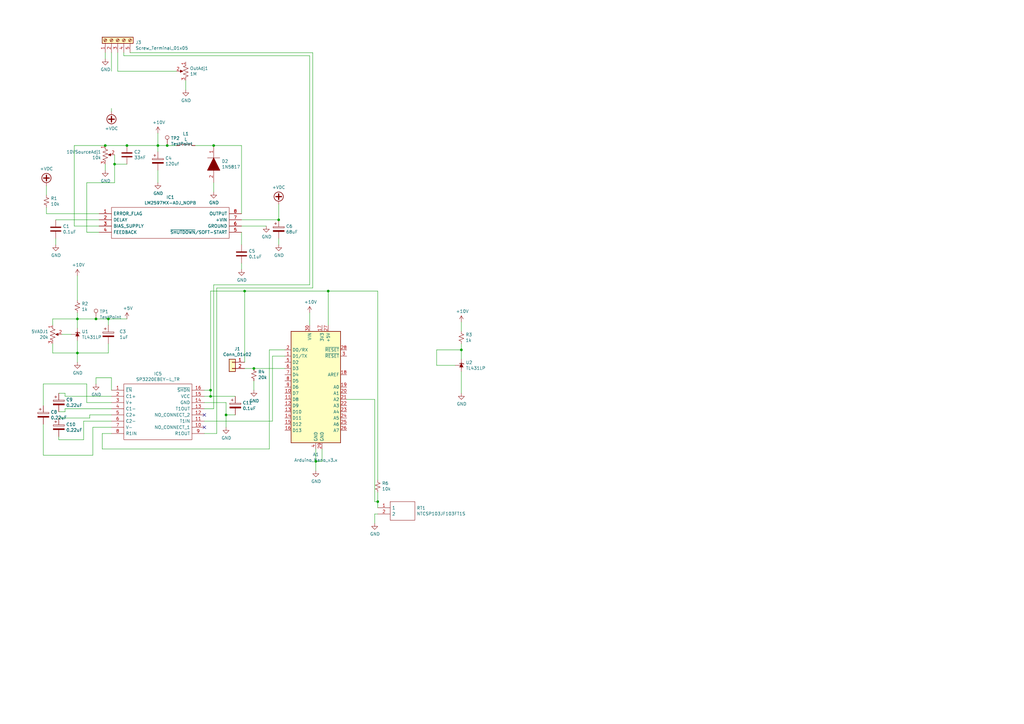
<source format=kicad_sch>
(kicad_sch (version 20211123) (generator eeschema)
  (paper "A3")
  (lib_symbols
    (symbol "Connector:Screw_Terminal_01x05" (pin_names (offset 1.016) hide)
      (property "Reference" "J" (at 0 7.62 0))
      (property "Value" "Screw_Terminal_01x05" (at 0 -7.62 0))
      (symbol "Screw_Terminal_01x05_1_1"
        (rectangle (start -1.27 6.35) (end 1.27 -6.35) (stroke (width 0.254)) (fill (type background)))
        (circle (center 0 -5.08) (radius 0.635) (stroke (width 0.1524)))
        (circle (center 0 -2.54) (radius 0.635) (stroke (width 0.1524)))
        (polyline (pts (xy -0.5334 -4.7498) (xy 0.3302 -5.588)) (stroke (width 0.1524)))
        (polyline (pts (xy -0.5334 -2.2098) (xy 0.3302 -3.048)) (stroke (width 0.1524)))
        (polyline (pts (xy -0.5334 0.3302) (xy 0.3302 -0.508)) (stroke (width 0.1524)))
        (polyline (pts (xy -0.5334 2.8702) (xy 0.3302 2.032)) (stroke (width 0.1524)))
        (polyline (pts (xy -0.5334 5.4102) (xy 0.3302 4.572)) (stroke (width 0.1524)))
        (polyline (pts (xy -0.3556 -4.572) (xy 0.508 -5.4102)) (stroke (width 0.1524)))
        (polyline (pts (xy -0.3556 -2.032) (xy 0.508 -2.8702)) (stroke (width 0.1524)))
        (polyline (pts (xy -0.3556 0.508) (xy 0.508 -0.3302)) (stroke (width 0.1524)))
        (polyline (pts (xy -0.3556 3.048) (xy 0.508 2.2098)) (stroke (width 0.1524)))
        (polyline (pts (xy -0.3556 5.588) (xy 0.508 4.7498)) (stroke (width 0.1524)))
        (circle (center 0 0) (radius 0.635) (stroke (width 0.1524)))
        (circle (center 0 2.54) (radius 0.635) (stroke (width 0.1524)))
        (circle (center 0 5.08) (radius 0.635) (stroke (width 0.1524)))
        (pin passive line (at -5.08 5.08 0) (length 3.81) (name "Pin_1") (number "1"))
        (pin passive line (at -5.08 2.54 0) (length 3.81) (name "Pin_2") (number "2"))
        (pin passive line (at -5.08 0 0) (length 3.81) (name "Pin_3") (number "3"))
        (pin passive line (at -5.08 -2.54 0) (length 3.81) (name "Pin_4") (number "4"))
        (pin passive line (at -5.08 -5.08 0) (length 3.81) (name "Pin_5") (number "5"))
      )
    )
    (symbol "Connector:TestPoint" (pin_numbers hide) (pin_names (offset 0.762) hide)
      (property "Reference" "TP" (at 0 6.858 0))
      (property "Value" "TestPoint" (at 0 5.08 0))
      (symbol "TestPoint_0_1"
        (circle (center 0 3.302) (radius 0.762))
      )
      (symbol "TestPoint_1_1"
        (pin passive line (at 0 0 90) (length 2.54) (name "1") (number "1"))
      )
    )
    (symbol "Connector_Generic:Conn_01x02" (pin_names (offset 1.016) hide)
      (property "Reference" "J" (at 0 2.54 0))
      (property "Value" "Conn_01x02" (at 0 -5.08 0))
      (symbol "Conn_01x02_1_1"
        (rectangle (start -1.27 -2.413) (end 0 -2.667) (stroke (width 0.1524)))
        (rectangle (start -1.27 0.127) (end 0 -0.127) (stroke (width 0.1524)))
        (rectangle (start -1.27 1.27) (end 1.27 -3.81) (stroke (width 0.254)) (fill (type background)))
        (pin passive line (at -5.08 0 0) (length 3.81) (name "Pin_1") (number "1"))
        (pin passive line (at -5.08 -2.54 0) (length 3.81) (name "Pin_2") (number "2"))
      )
    )
    (symbol "Device:C" (pin_numbers hide) (pin_names (offset 0.254))
      (property "Reference" "C" (at 0.635 2.54 0))
      (property "Value" "C" (at 0.635 -2.54 0))
      (symbol "C_0_1"
        (polyline (pts (xy -2.032 -0.762) (xy 2.032 -0.762)) (stroke (width 0.508)))
        (polyline (pts (xy -2.032 0.762) (xy 2.032 0.762)) (stroke (width 0.508)))
      )
      (symbol "C_1_1"
        (pin passive line (at 0 3.81 270) (length 2.794) (name "~") (number "1"))
        (pin passive line (at 0 -3.81 90) (length 2.794) (name "~") (number "2"))
      )
    )
    (symbol "Device:CP" (pin_numbers hide) (pin_names (offset 0.254))
      (property "Reference" "C" (at 0.635 2.54 0))
      (property "Value" "Device_CP" (at 0.635 -2.54 0))
      (symbol "CP_0_1"
        (rectangle (start -2.286 0.508) (end 2.286 1.016))
        (polyline (pts (xy -1.778 2.286) (xy -0.762 2.286)))
        (polyline (pts (xy -1.27 2.794) (xy -1.27 1.778)))
        (rectangle (start 2.286 -0.508) (end -2.286 -1.016) (fill (type outline)))
      )
      (symbol "CP_1_1"
        (pin passive line (at 0 3.81 270) (length 2.794) (name "~") (number "1"))
        (pin passive line (at 0 -3.81 90) (length 2.794) (name "~") (number "2"))
      )
    )
    (symbol "Device:L" (pin_numbers hide) (pin_names (offset 1.016) hide)
      (property "Reference" "L" (at -1.27 0 90))
      (property "Value" "L" (at 1.905 0 90))
      (symbol "L_0_1"
        (arc (start 0 -2.54) (mid 0.635 -1.905) (end 0 -1.27))
        (arc (start 0 -1.27) (mid 0.635 -0.635) (end 0 0))
        (arc (start 0 0) (mid 0.635 0.635) (end 0 1.27))
        (arc (start 0 1.27) (mid 0.635 1.905) (end 0 2.54))
      )
      (symbol "L_1_1"
        (pin passive line (at 0 3.81 270) (length 1.27) (name "1") (number "1"))
        (pin passive line (at 0 -3.81 90) (length 1.27) (name "2") (number "2"))
      )
    )
    (symbol "Device:R_POT_US" (pin_names (offset 1.016) hide)
      (property "Reference" "RV" (at -4.445 0 90))
      (property "Value" "Device_R_POT_US" (at -2.54 0 90))
      (symbol "R_POT_US_0_1"
        (polyline (pts (xy 0 -2.286) (xy 0 -2.54)))
        (polyline (pts (xy 0 2.54) (xy 0 2.286)))
        (polyline (pts (xy 2.54 0) (xy 1.524 0)))
        (polyline (pts (xy 1.143 0) (xy 2.286 0.508) (xy 2.286 -0.508) (xy 1.143 0)) (fill (type outline)))
        (polyline (pts (xy 0 -0.762) (xy 1.016 -1.143) (xy 0 -1.524) (xy -1.016 -1.905) (xy 0 -2.286)))
        (polyline (pts (xy 0 0.762) (xy 1.016 0.381) (xy 0 0) (xy -1.016 -0.381) (xy 0 -0.762)))
        (polyline (pts (xy 0 2.286) (xy 1.016 1.905) (xy 0 1.524) (xy -1.016 1.143) (xy 0 0.762)))
      )
      (symbol "R_POT_US_1_1"
        (pin passive line (at 0 3.81 270) (length 1.27) (name "1") (number "1"))
        (pin passive line (at 3.81 0 180) (length 1.27) (name "2") (number "2"))
        (pin passive line (at 0 -3.81 90) (length 1.27) (name "3") (number "3"))
      )
    )
    (symbol "Device:R_Small_US" (pin_numbers hide) (pin_names (offset 0.254) hide)
      (property "Reference" "R" (at 0.762 0.508 0))
      (property "Value" "R_Small_US" (at 0.762 -1.016 0))
      (symbol "R_Small_US_1_1"
        (polyline (pts (xy 0 0) (xy 1.016 -0.381) (xy 0 -0.762) (xy -1.016 -1.143) (xy 0 -1.524)))
        (polyline (pts (xy 0 1.524) (xy 1.016 1.143) (xy 0 0.762) (xy -1.016 0.381) (xy 0 0)))
        (pin passive line (at 0 2.54 270) (length 1.016) (name "~") (number "1"))
        (pin passive line (at 0 -2.54 90) (length 1.016) (name "~") (number "2"))
      )
    )
    (symbol "MCU_Module:Arduino_Nano_v3.x"
      (property "Reference" "A" (at -10.16 23.495 0))
      (property "Value" "Arduino_Nano_v3.x" (at 5.08 -24.13 0))
      (symbol "Arduino_Nano_v3.x_0_1"
        (rectangle (start -10.16 22.86) (end 10.16 -22.86) (stroke (width 0.254)) (fill (type background)))
      )
      (symbol "Arduino_Nano_v3.x_1_1"
        (pin bidirectional line (at -12.7 12.7 0) (length 2.54) (name "D1/TX") (number "1"))
        (pin bidirectional line (at -12.7 -2.54 0) (length 2.54) (name "D7") (number "10"))
        (pin bidirectional line (at -12.7 -5.08 0) (length 2.54) (name "D8") (number "11"))
        (pin bidirectional line (at -12.7 -7.62 0) (length 2.54) (name "D9") (number "12"))
        (pin bidirectional line (at -12.7 -10.16 0) (length 2.54) (name "D10") (number "13"))
        (pin bidirectional line (at -12.7 -12.7 0) (length 2.54) (name "D11") (number "14"))
        (pin bidirectional line (at -12.7 -15.24 0) (length 2.54) (name "D12") (number "15"))
        (pin bidirectional line (at -12.7 -17.78 0) (length 2.54) (name "D13") (number "16"))
        (pin power_out line (at 2.54 25.4 270) (length 2.54) (name "3V3") (number "17"))
        (pin input line (at 12.7 5.08 180) (length 2.54) (name "AREF") (number "18"))
        (pin bidirectional line (at 12.7 0 180) (length 2.54) (name "A0") (number "19"))
        (pin bidirectional line (at -12.7 15.24 0) (length 2.54) (name "D0/RX") (number "2"))
        (pin bidirectional line (at 12.7 -2.54 180) (length 2.54) (name "A1") (number "20"))
        (pin bidirectional line (at 12.7 -5.08 180) (length 2.54) (name "A2") (number "21"))
        (pin bidirectional line (at 12.7 -7.62 180) (length 2.54) (name "A3") (number "22"))
        (pin bidirectional line (at 12.7 -10.16 180) (length 2.54) (name "A4") (number "23"))
        (pin bidirectional line (at 12.7 -12.7 180) (length 2.54) (name "A5") (number "24"))
        (pin bidirectional line (at 12.7 -15.24 180) (length 2.54) (name "A6") (number "25"))
        (pin bidirectional line (at 12.7 -17.78 180) (length 2.54) (name "A7") (number "26"))
        (pin power_out line (at 5.08 25.4 270) (length 2.54) (name "+5V") (number "27"))
        (pin input line (at 12.7 15.24 180) (length 2.54) (name "~{RESET}") (number "28"))
        (pin power_in line (at 2.54 -25.4 90) (length 2.54) (name "GND") (number "29"))
        (pin input line (at 12.7 12.7 180) (length 2.54) (name "~{RESET}") (number "3"))
        (pin power_in line (at -2.54 25.4 270) (length 2.54) (name "VIN") (number "30"))
        (pin power_in line (at 0 -25.4 90) (length 2.54) (name "GND") (number "4"))
        (pin bidirectional line (at -12.7 10.16 0) (length 2.54) (name "D2") (number "5"))
        (pin bidirectional line (at -12.7 7.62 0) (length 2.54) (name "D3") (number "6"))
        (pin bidirectional line (at -12.7 5.08 0) (length 2.54) (name "D4") (number "7"))
        (pin bidirectional line (at -12.7 2.54 0) (length 2.54) (name "D5") (number "8"))
        (pin bidirectional line (at -12.7 0 0) (length 2.54) (name "D6") (number "9"))
      )
    )
    (symbol "Reference_Voltage:TL431LP" (pin_numbers hide) (pin_names hide)
      (property "Reference" "U" (at -2.54 2.54 0))
      (property "Value" "TL431LP" (at 0 -2.54 0))
      (symbol "TL431LP_0_1"
        (polyline (pts (xy -1.27 0) (xy 0 0) (xy 1.27 0)))
        (polyline (pts (xy -0.762 0.762) (xy 0.762 0) (xy -0.762 -0.762)) (fill (type outline)))
        (polyline (pts (xy 0.508 -1.016) (xy 0.762 -0.762) (xy 0.762 0.762) (xy 0.762 0.762)) (stroke (width 0.254)))
      )
      (symbol "TL431LP_1_1"
        (pin passive line (at 0 2.54 270) (length 2.54) (name "REF") (number "1"))
        (pin passive line (at -2.54 0 0) (length 2.54) (name "A") (number "2"))
        (pin passive line (at 2.54 0 180) (length 2.54) (name "K") (number "3"))
      )
    )
    (symbol "SamacSys_Parts:1N5817" (pin_names (offset 0.762))
      (property "Reference" "D" (at 11.43 5.08 0))
      (property "Value" "SamacSys_Parts_1N5817" (at 11.43 2.54 0))
      (symbol "1N5817_0_0"
        (pin passive line (at 0 0 0) (length 5.08) (name "~") (number "1"))
        (pin passive line (at 15.24 0 180) (length 5.08) (name "~") (number "2"))
      )
      (symbol "1N5817_0_1"
        (polyline (pts (xy 5.08 2.54) (xy 5.08 -2.54)) (stroke (width 0.1524)))
        (polyline (pts (xy 5.08 0) (xy 10.16 2.54) (xy 10.16 -2.54) (xy 5.08 0)) (stroke (width 0.254)) (fill (type outline)))
      )
    )
    (symbol "SamacSys_Parts:LM2597MX-ADJ_NOPB" (pin_names (offset 0.762))
      (property "Reference" "IC" (at 54.61 7.62 0))
      (property "Value" "SamacSys_Parts_LM2597MX-ADJ_NOPB" (at 54.61 5.08 0))
      (symbol "LM2597MX-ADJ_NOPB_0_0"
        (pin passive line (at 0 0 0) (length 5.08) (name "ERROR_FLAG") (number "1"))
        (pin passive line (at 0 -2.54 0) (length 5.08) (name "DELAY") (number "2"))
        (pin passive line (at 0 -5.08 0) (length 5.08) (name "BIAS_SUPPLY") (number "3"))
        (pin passive line (at 0 -7.62 0) (length 5.08) (name "FEEDBACK") (number "4"))
        (pin passive line (at 58.42 -7.62 180) (length 5.08) (name "~{SHUTDOWN}/SOFT-START") (number "5"))
        (pin passive line (at 58.42 -5.08 180) (length 5.08) (name "GROUND") (number "6"))
        (pin passive line (at 58.42 -2.54 180) (length 5.08) (name "+VIN") (number "7"))
        (pin passive line (at 58.42 0 180) (length 5.08) (name "OUTPUT") (number "8"))
      )
      (symbol "LM2597MX-ADJ_NOPB_0_1"
        (polyline (pts (xy 5.08 2.54) (xy 53.34 2.54) (xy 53.34 -10.16) (xy 5.08 -10.16) (xy 5.08 2.54)) (stroke (width 0.1524)))
      )
    )
    (symbol "SamacSys_Parts:NTCSP103JF103FT1S" (pin_names (offset 0.762))
      (property "Reference" "RT" (at 16.51 7.62 0))
      (property "Value" "SamacSys_Parts_NTCSP103JF103FT1S" (at 16.51 5.08 0))
      (symbol "NTCSP103JF103FT1S_0_0"
        (pin passive line (at 0 0 0) (length 5.08) (name "1") (number "1"))
        (pin passive line (at 0 -2.54 0) (length 5.08) (name "2") (number "2"))
      )
      (symbol "NTCSP103JF103FT1S_0_1"
        (polyline (pts (xy 5.08 2.54) (xy 15.24 2.54) (xy 15.24 -5.08) (xy 5.08 -5.08) (xy 5.08 2.54)) (stroke (width 0.1524)))
      )
    )
    (symbol "SamacSys_Parts:SP3220EBEY-L_TR" (pin_names (offset 0.762))
      (property "Reference" "IC" (at 34.29 7.62 0))
      (property "Value" "SamacSys_Parts_SP3220EBEY-L_TR" (at 34.29 5.08 0))
      (symbol "SP3220EBEY-L_TR_0_0"
        (pin passive line (at 0 0 0) (length 5.08) (name "~{EN}") (number "1"))
        (pin passive line (at 38.1 -15.24 180) (length 5.08) (name "NO_CONNECT_1") (number "10"))
        (pin passive line (at 38.1 -12.7 180) (length 5.08) (name "T1IN") (number "11"))
        (pin passive line (at 38.1 -10.16 180) (length 5.08) (name "NO_CONNECT_2") (number "12"))
        (pin passive line (at 38.1 -7.62 180) (length 5.08) (name "T1OUT") (number "13"))
        (pin passive line (at 38.1 -5.08 180) (length 5.08) (name "GND") (number "14"))
        (pin passive line (at 38.1 -2.54 180) (length 5.08) (name "VCC") (number "15"))
        (pin passive line (at 38.1 0 180) (length 5.08) (name "~{SHDN}") (number "16"))
        (pin passive line (at 0 -2.54 0) (length 5.08) (name "C1+") (number "2"))
        (pin passive line (at 0 -5.08 0) (length 5.08) (name "V+") (number "3"))
        (pin passive line (at 0 -7.62 0) (length 5.08) (name "C1-") (number "4"))
        (pin passive line (at 0 -10.16 0) (length 5.08) (name "C2+") (number "5"))
        (pin passive line (at 0 -12.7 0) (length 5.08) (name "C2-") (number "6"))
        (pin passive line (at 0 -15.24 0) (length 5.08) (name "V-") (number "7"))
        (pin passive line (at 0 -17.78 0) (length 5.08) (name "R1IN") (number "8"))
        (pin passive line (at 38.1 -17.78 180) (length 5.08) (name "R1OUT") (number "9"))
      )
      (symbol "SP3220EBEY-L_TR_0_1"
        (polyline (pts (xy 5.08 2.54) (xy 33.02 2.54) (xy 33.02 -20.32) (xy 5.08 -20.32) (xy 5.08 2.54)) (stroke (width 0.1524)))
      )
    )
    (symbol "power:+10V" (power) (pin_names (offset 0))
      (property "Value" "+10V" (at 0 3.556 0))
      (symbol "+10V_0_1"
        (polyline (pts (xy -0.762 1.27) (xy 0 2.54)))
        (polyline (pts (xy 0 0) (xy 0 2.54)))
        (polyline (pts (xy 0 2.54) (xy 0.762 1.27)))
      )
      (symbol "+10V_1_1"
        (pin power_in line (at 0 0 90) (length 0) hide (name "+10V") (number "1"))
      )
    )
    (symbol "power:+5V" (power) (pin_names (offset 0))
      (property "Value" "+5V" (at 0 3.556 0))
      (symbol "+5V_0_1"
        (polyline (pts (xy -0.762 1.27) (xy 0 2.54)))
        (polyline (pts (xy 0 0) (xy 0 2.54)))
        (polyline (pts (xy 0 2.54) (xy 0.762 1.27)))
      )
      (symbol "+5V_1_1"
        (pin power_in line (at 0 0 90) (length 0) hide (name "+5V") (number "1"))
      )
    )
    (symbol "power:+VDC" (power) (pin_names (offset 0))
      (property "Value" "+VDC" (at 0 6.35 0))
      (symbol "+VDC_0_1"
        (polyline (pts (xy -1.143 3.175) (xy 1.143 3.175)) (stroke (width 0.508)))
        (polyline (pts (xy 0 0) (xy 0 1.27)))
        (polyline (pts (xy 0 2.032) (xy 0 4.318)) (stroke (width 0.508)))
        (circle (center 0 3.175) (radius 1.905) (stroke (width 0.254)))
      )
      (symbol "+VDC_1_1"
        (pin power_in line (at 0 0 90) (length 0) hide (name "+VDC") (number "1"))
      )
    )
    (symbol "power:GND" (power) (pin_names (offset 0))
      (property "Value" "GND" (at 0 -3.81 0))
      (symbol "GND_0_1"
        (polyline (pts (xy 0 0) (xy 0 -1.27) (xy 1.27 -1.27) (xy 0 -2.54) (xy -1.27 -1.27) (xy 0 -1.27)))
      )
      (symbol "GND_1_1"
        (pin power_in line (at 0 0 270) (length 0) hide (name "GND") (number "1"))
      )
    )
  )
  (junction (at 87.63 59.69))
  (junction (at 86.36 162.56))
  (junction (at 31.75 130.81))
  (junction (at 46.99 67.31))
  (junction (at 189.23 143.51))
  (junction (at 31.75 144.78))
  (junction (at 39.37 130.81))
  (junction (at 68.58 59.69))
  (junction (at 92.71 170.18))
  (junction (at 154.94 205.74))
  (junction (at 114.3 90.17))
  (junction (at 86.36 160.02))
  (junction (at 64.77 59.69))
  (junction (at 129.54 189.23))
  (junction (at 104.14 151.13))
  (junction (at 52.07 59.69))
  (junction (at 43.18 59.69))
  (junction (at 44.45 130.81))
  (junction (at 134.62 119.38))
  (junction (at 100.33 119.38))
  (no_connect (at 83.82 175.26))
  (no_connect (at 83.82 170.18))
  (wire (pts (xy 129.54 189.23) (xy 129.54 193.04)))
  (wire (pts (xy 153.67 210.82) (xy 154.94 210.82)))
  (wire (pts (xy 35.56 95.25) (xy 40.64 95.25)))
  (wire (pts (xy 64.77 62.23) (xy 64.77 59.69)))
  (wire (pts (xy 111.76 172.72) (xy 111.76 146.05)))
  (wire (pts (xy 132.08 184.15) (xy 132.08 189.23)))
  (wire (pts (xy 26.67 162.56) (xy 26.67 161.29)))
  (wire (pts (xy 21.59 133.35) (xy 21.59 130.81)))
  (wire (pts (xy 35.56 74.93) (xy 35.56 95.25)))
  (wire (pts (xy 154.94 208.28) (xy 154.94 205.74)))
  (wire (pts (xy 189.23 143.51) (xy 189.23 147.32)))
  (wire (pts (xy 76.2 33.02) (xy 76.2 36.83)))
  (wire (pts (xy 86.36 119.38) (xy 100.33 119.38)))
  (wire (pts (xy 40.64 90.17) (xy 22.86 90.17)))
  (wire (pts (xy 31.75 130.81) (xy 39.37 130.81)))
  (wire (pts (xy 132.08 189.23) (xy 129.54 189.23)))
  (wire (pts (xy 40.64 92.71) (xy 30.48 92.71)))
  (wire (pts (xy 21.59 140.97) (xy 21.59 144.78)))
  (wire (pts (xy 22.86 100.33) (xy 22.86 97.79)))
  (wire (pts (xy 110.49 184.15) (xy 41.91 184.15)))
  (wire (pts (xy 17.78 157.48) (xy 17.78 166.37)))
  (wire (pts (xy 87.63 116.84) (xy 127 116.84)))
  (wire (pts (xy 38.1 175.26) (xy 45.72 175.26)))
  (wire (pts (xy 104.14 160.02) (xy 104.14 156.21)))
  (wire (pts (xy 45.72 172.72) (xy 34.29 172.72)))
  (wire (pts (xy 114.3 83.82) (xy 114.3 90.17)))
  (wire (pts (xy 88.9 177.8) (xy 83.82 177.8)))
  (wire (pts (xy 52.07 59.69) (xy 64.77 59.69)))
  (wire (pts (xy 50.8 22.86) (xy 50.8 21.59)))
  (wire (pts (xy 31.75 144.78) (xy 31.75 148.59)))
  (wire (pts (xy 44.45 130.81) (xy 52.07 130.81)))
  (wire (pts (xy 110.49 143.51) (xy 110.49 184.15)))
  (wire (pts (xy 83.82 167.64) (xy 87.63 167.64)))
  (wire (pts (xy 35.56 165.1) (xy 35.56 157.48)))
  (wire (pts (xy 35.56 157.48) (xy 17.78 157.48)))
  (wire (pts (xy 30.48 92.71) (xy 30.48 59.69)))
  (wire (pts (xy 34.29 180.34) (xy 24.13 180.34)))
  (wire (pts (xy 87.63 167.64) (xy 87.63 116.84)))
  (wire (pts (xy 179.07 149.86) (xy 186.69 149.86)))
  (wire (pts (xy 127 133.35) (xy 127 128.27)))
  (wire (pts (xy 26.67 167.64) (xy 26.67 168.91)))
  (wire (pts (xy 127 22.86) (xy 50.8 22.86)))
  (wire (pts (xy 100.33 119.38) (xy 100.33 148.59)))
  (wire (pts (xy 83.82 162.56) (xy 86.36 162.56)))
  (wire (pts (xy 189.23 140.97) (xy 189.23 143.51)))
  (wire (pts (xy 31.75 113.03) (xy 31.75 123.19)))
  (wire (pts (xy 68.58 59.69) (xy 64.77 59.69)))
  (wire (pts (xy 96.52 162.56) (xy 86.36 162.56)))
  (wire (pts (xy 154.94 119.38) (xy 134.62 119.38)))
  (wire (pts (xy 21.59 144.78) (xy 31.75 144.78)))
  (wire (pts (xy 189.23 132.08) (xy 189.23 135.89)))
  (wire (pts (xy 134.62 133.35) (xy 134.62 119.38)))
  (wire (pts (xy 96.52 170.18) (xy 92.71 170.18)))
  (wire (pts (xy 44.45 144.78) (xy 44.45 140.97)))
  (wire (pts (xy 39.37 154.94) (xy 45.72 154.94)))
  (wire (pts (xy 45.72 167.64) (xy 26.67 167.64)))
  (wire (pts (xy 17.78 186.69) (xy 38.1 186.69)))
  (wire (pts (xy 153.67 214.63) (xy 153.67 210.82)))
  (wire (pts (xy 134.62 119.38) (xy 100.33 119.38)))
  (wire (pts (xy 154.94 205.74) (xy 153.67 205.74)))
  (wire (pts (xy 24.13 180.34) (xy 24.13 179.07)))
  (wire (pts (xy 46.99 63.5) (xy 46.99 67.31)))
  (wire (pts (xy 21.59 130.81) (xy 31.75 130.81)))
  (wire (pts (xy 43.18 59.69) (xy 52.07 59.69)))
  (wire (pts (xy 99.06 92.71) (xy 109.22 92.71)))
  (wire (pts (xy 87.63 78.74) (xy 87.63 74.93)))
  (wire (pts (xy 153.67 205.74) (xy 153.67 163.83)))
  (wire (pts (xy 36.83 170.18) (xy 45.72 170.18)))
  (wire (pts (xy 19.05 85.09) (xy 19.05 87.63)))
  (wire (pts (xy 116.84 143.51) (xy 110.49 143.51)))
  (wire (pts (xy 92.71 165.1) (xy 92.71 170.18)))
  (wire (pts (xy 45.72 21.59) (xy 45.72 29.21)))
  (wire (pts (xy 129.54 184.15) (xy 129.54 189.23)))
  (wire (pts (xy 114.3 100.33) (xy 114.3 97.79)))
  (wire (pts (xy 31.75 144.78) (xy 44.45 144.78)))
  (wire (pts (xy 88.9 118.11) (xy 88.9 177.8)))
  (wire (pts (xy 189.23 152.4) (xy 189.23 161.29)))
  (wire (pts (xy 24.13 171.45) (xy 36.83 171.45)))
  (wire (pts (xy 29.21 137.16) (xy 25.4 137.16)))
  (wire (pts (xy 41.91 184.15) (xy 41.91 177.8)))
  (wire (pts (xy 100.33 151.13) (xy 104.14 151.13)))
  (wire (pts (xy 26.67 161.29) (xy 24.13 161.29)))
  (wire (pts (xy 45.72 154.94) (xy 45.72 160.02)))
  (wire (pts (xy 30.48 59.69) (xy 43.18 59.69)))
  (wire (pts (xy 104.14 151.13) (xy 116.84 151.13)))
  (wire (pts (xy 99.06 95.25) (xy 99.06 100.33)))
  (wire (pts (xy 111.76 146.05) (xy 116.84 146.05)))
  (wire (pts (xy 64.77 74.93) (xy 64.77 69.85)))
  (wire (pts (xy 86.36 160.02) (xy 86.36 119.38)))
  (wire (pts (xy 127 116.84) (xy 127 22.86)))
  (wire (pts (xy 72.39 29.21) (xy 48.26 29.21)))
  (wire (pts (xy 38.1 186.69) (xy 38.1 175.26)))
  (wire (pts (xy 46.99 67.31) (xy 46.99 74.93)))
  (wire (pts (xy 39.37 130.81) (xy 44.45 130.81)))
  (wire (pts (xy 86.36 160.02) (xy 83.82 160.02)))
  (wire (pts (xy 83.82 165.1) (xy 92.71 165.1)))
  (wire (pts (xy 43.18 24.13) (xy 43.18 21.59)))
  (wire (pts (xy 31.75 128.27) (xy 31.75 130.81)))
  (wire (pts (xy 154.94 196.85) (xy 154.94 119.38)))
  (wire (pts (xy 92.71 170.18) (xy 92.71 175.26)))
  (wire (pts (xy 44.45 130.81) (xy 44.45 133.35)))
  (wire (pts (xy 31.75 130.81) (xy 31.75 134.62)))
  (wire (pts (xy 80.01 59.69) (xy 87.63 59.69)))
  (wire (pts (xy 17.78 173.99) (xy 17.78 186.69)))
  (wire (pts (xy 128.27 118.11) (xy 88.9 118.11)))
  (wire (pts (xy 34.29 172.72) (xy 34.29 180.34)))
  (wire (pts (xy 39.37 157.48) (xy 39.37 154.94)))
  (wire (pts (xy 41.91 177.8) (xy 45.72 177.8)))
  (wire (pts (xy 36.83 171.45) (xy 36.83 170.18)))
  (wire (pts (xy 99.06 110.49) (xy 99.06 107.95)))
  (wire (pts (xy 52.07 67.31) (xy 46.99 67.31)))
  (wire (pts (xy 53.34 21.59) (xy 128.27 21.59)))
  (wire (pts (xy 86.36 162.56) (xy 86.36 160.02)))
  (wire (pts (xy 72.39 59.69) (xy 68.58 59.69)))
  (wire (pts (xy 45.72 165.1) (xy 35.56 165.1)))
  (wire (pts (xy 153.67 163.83) (xy 142.24 163.83)))
  (wire (pts (xy 46.99 74.93) (xy 35.56 74.93)))
  (wire (pts (xy 154.94 205.74) (xy 154.94 201.93)))
  (wire (pts (xy 64.77 59.69) (xy 64.77 54.61)))
  (wire (pts (xy 179.07 143.51) (xy 179.07 149.86)))
  (wire (pts (xy 48.26 29.21) (xy 48.26 21.59)))
  (wire (pts (xy 114.3 90.17) (xy 99.06 90.17)))
  (wire (pts (xy 45.72 45.72) (xy 45.72 44.45)))
  (wire (pts (xy 31.75 139.7) (xy 31.75 144.78)))
  (wire (pts (xy 99.06 87.63) (xy 99.06 59.69)))
  (wire (pts (xy 26.67 168.91) (xy 24.13 168.91)))
  (wire (pts (xy 45.72 162.56) (xy 26.67 162.56)))
  (wire (pts (xy 43.18 69.85) (xy 43.18 67.31)))
  (wire (pts (xy 99.06 59.69) (xy 87.63 59.69)))
  (wire (pts (xy 128.27 21.59) (xy 128.27 118.11)))
  (wire (pts (xy 83.82 172.72) (xy 111.76 172.72)))
  (wire (pts (xy 19.05 87.63) (xy 40.64 87.63)))
  (wire (pts (xy 19.05 80.01) (xy 19.05 76.2)))
  (wire (pts (xy 179.07 143.51) (xy 189.23 143.51)))
  (symbol (lib_id "Device:R_POT_US") (at 76.2 29.21 0) (mirror y) (unit 1)
    (property "Reference" "OutAdj1" (at 77.9018 28.0416 0) (effects (justify right)))
    (property "Value" "1M" (at 77.9018 30.353 0) (effects (justify right)))
    (property "Footprint" "Potentiometer_THT:Potentiometer_Bourns_3339P_Vertical" (effects hide))
  )
  (symbol (lib_id "Reference_Voltage:TL431LP") (at 31.75 137.16 90) (unit 1)
    (property "Reference" "U1" (at 33.528 135.9916 90) (effects (justify right)))
    (property "Value" "TL431LP" (at 33.528 138.303 90) (effects (justify right)))
    (property "Footprint" "Package_TO_SOT_THT:TO-92_Inline" (effects hide))
    (property "Datasheet" "http://www.ti.com/lit/ds/symlink/tl431.pdf" (effects hide))
  )
  (symbol (lib_id "power:GND") (at 31.75 148.59 0) (unit 1)
    (property "Reference" "#PWR06" (effects hide))
    (property "Value" "GND" (at 31.877 152.9842 0))
  )
  (symbol (lib_id "Device:R_POT_US") (at 21.59 137.16 0) (unit 1)
    (property "Reference" "5VADJ1" (at 19.8882 135.9916 0) (effects (justify right)))
    (property "Value" "20k" (at 19.8882 138.303 0) (effects (justify right)))
    (property "Footprint" "Potentiometer_THT:Potentiometer_Bourns_3339P_Vertical" (effects hide))
  )
  (symbol (lib_id "Device:R_Small_US") (at 31.75 125.73 0) (unit 1)
    (property "Reference" "R2" (at 33.4772 124.5616 0) (effects (justify left)))
    (property "Value" "1k" (at 33.4772 126.873 0) (effects (justify left)))
    (property "Footprint" "Resistor_SMD:R_0603_1608Metric" (effects hide))
  )
  (symbol (lib_id "Device:CP") (at 44.45 137.16 0) (unit 1)
    (property "Reference" "C3" (at 48.9712 135.9916 0) (effects (justify left)))
    (property "Value" "1uF" (at 48.9712 138.303 0) (effects (justify left)))
    (property "Footprint" "Capacitor_THT:CP_Radial_D5.0mm_P2.00mm" (effects hide))
  )
  (symbol (lib_id "Reference_Voltage:TL431LP") (at 189.23 149.86 90) (unit 1)
    (property "Reference" "U2" (at 191.008 148.6916 90) (effects (justify right)))
    (property "Value" "TL431LP" (at 191.008 151.003 90) (effects (justify right)))
    (property "Footprint" "Package_TO_SOT_THT:TO-92_Inline" (effects hide))
    (property "Datasheet" "http://www.ti.com/lit/ds/symlink/tl431.pdf" (effects hide))
  )
  (symbol (lib_id "power:GND") (at 189.23 161.29 0) (unit 1)
    (property "Reference" "#PWR020" (effects hide))
    (property "Value" "GND" (at 189.357 165.6842 0))
  )
  (symbol (lib_id "Device:R_Small_US") (at 189.23 138.43 0) (unit 1)
    (property "Reference" "R3" (at 190.9572 137.2616 0) (effects (justify left)))
    (property "Value" "1k" (at 190.9572 139.573 0) (effects (justify left)))
    (property "Footprint" "Resistor_SMD:R_0603_1608Metric" (effects hide))
  )
  (symbol (lib_id "power:+10V") (at 31.75 113.03 0) (unit 1)
    (property "Reference" "#PWR05" (effects hide))
    (property "Value" "+10V" (at 32.131 108.6358 0))
  )
  (symbol (lib_id "power:+10V") (at 189.23 132.08 0) (unit 1)
    (property "Reference" "#PWR019" (effects hide))
    (property "Value" "+10V" (at 189.611 127.6858 0))
  )
  (symbol (lib_id "SamacSys_Parts:LM2597MX-ADJ_NOPB") (at 40.64 87.63 0) (unit 1)
    (property "Reference" "IC1" (at 69.85 80.899 0))
    (property "Value" "LM2597MX-ADJ_NOPB" (at 69.85 83.2104 0))
    (property "Footprint" "SamacSys_Parts:SOIC127P600X175-8N" (effects hide))
    (property "Datasheet" "http://www.ti.com/lit/gpn/LM2597" (effects hide))
    (property "Description" "SIMPLE SWITCHER Power Converter 150 kHz 0.5A Step-Down Voltage Regulator" (effects hide))
    (property "Height" "1.75" (effects hide))
    (property "Mouser Part Number" "926-LM2597MXADJNOPB" (effects hide))
    (property "Mouser Price/Stock" "https://www.mouser.co.uk/ProductDetail/Texas-Instruments/LM2597MX-ADJ-NOPB?qs=X1J7HmVL2ZEDIgwfzjXNjw%3D%3D" (effects hide))
    (property "Manufacturer_Name" "Texas Instruments" (effects hide))
    (property "Manufacturer_Part_Number" "LM2597MX-ADJ/NOPB" (effects hide))
  )
  (symbol (lib_id "power:+10V") (at 64.77 54.61 0) (unit 1)
    (property "Reference" "#PWR08" (effects hide))
    (property "Value" "+10V" (at 65.151 50.2158 0))
  )
  (symbol (lib_id "power:GND") (at 109.22 92.71 0) (unit 1)
    (property "Reference" "#PWR013" (effects hide))
    (property "Value" "GND" (at 109.347 97.1042 0))
  )
  (symbol (lib_id "power:+VDC") (at 114.3 83.82 0) (unit 1)
    (property "Reference" "#PWR014" (effects hide))
    (property "Value" "+VDC" (at 114.3 76.835 0))
  )
  (symbol (lib_id "power:+VDC") (at 45.72 45.72 180) (unit 1)
    (property "Reference" "#PWR03" (effects hide))
    (property "Value" "+VDC" (at 45.72 52.705 0))
  )
  (symbol (lib_id "Device:CP") (at 114.3 93.98 0) (unit 1)
    (property "Reference" "C6" (at 117.2972 92.8116 0) (effects (justify left)))
    (property "Value" "68uF" (at 117.2972 95.123 0) (effects (justify left)))
    (property "Footprint" "Capacitor_THT:CP_Radial_D6.3mm_P2.50mm" (effects hide))
  )
  (symbol (lib_id "power:GND") (at 114.3 100.33 0) (unit 1)
    (property "Reference" "#PWR015" (effects hide))
    (property "Value" "GND" (at 114.427 104.7242 0))
  )
  (symbol (lib_id "SamacSys_Parts:1N5817") (at 87.63 59.69 270) (unit 1)
    (property "Reference" "D2" (at 90.932 66.1416 90) (effects (justify left)))
    (property "Value" "1N5817" (at 90.932 68.453 90) (effects (justify left)))
    (property "Footprint" "SamacSys_Parts:DIOAD1414W86L464D238" (effects hide))
    (property "Datasheet" "http://www.st.com/web/en/resource/technical/document/datasheet/CD00001625.pdf" (effects hide))
    (property "Description" "1N5817, Schottky Diode,  1A max, 20V, 2-Pin, DO-41" (effects hide))
    (property "Mouser Part Number" "511-1N5817" (effects hide))
    (property "Mouser Price/Stock" "https://www.mouser.co.uk/ProductDetail/STMicroelectronics/1N5817?qs=JV7lzlMm3yKNnxZdh%252BSMnw%3D%3D" (effects hide))
    (property "Manufacturer_Name" "STMicroelectronics" (effects hide))
    (property "Manufacturer_Part_Number" "1N5817" (effects hide))
  )
  (symbol (lib_id "power:GND") (at 87.63 78.74 0) (unit 1)
    (property "Reference" "#PWR011" (effects hide))
    (property "Value" "GND" (at 87.757 83.1342 0))
  )
  (symbol (lib_id "Device:CP") (at 64.77 66.04 0) (unit 1)
    (property "Reference" "C4" (at 67.7672 64.8716 0) (effects (justify left)))
    (property "Value" "120uf" (at 67.7672 67.183 0) (effects (justify left)))
    (property "Footprint" "Capacitor_THT:CP_Radial_D6.3mm_P2.50mm" (effects hide))
  )
  (symbol (lib_id "power:GND") (at 64.77 74.93 0) (unit 1)
    (property "Reference" "#PWR09" (effects hide))
    (property "Value" "GND" (at 64.897 79.3242 0))
  )
  (symbol (lib_id "Device:L") (at 76.2 59.69 90) (unit 1)
    (property "Reference" "L1" (at 76.2 54.864 90))
    (property "Value" "L" (at 76.2 57.1754 90))
    (property "Footprint" "Inductor_THT:L_Axial_L5.3mm_D2.2mm_P10.16mm_Horizontal_Vishay_IM-1" (effects hide))
  )
  (symbol (lib_id "Device:R_POT_US") (at 43.18 63.5 0) (unit 1)
    (property "Reference" "10VSourceAdj1" (at 41.4782 62.3316 0) (effects (justify right)))
    (property "Value" "10k" (at 41.4782 64.643 0) (effects (justify right)))
    (property "Footprint" "Potentiometer_THT:Potentiometer_Bourns_3339P_Vertical" (effects hide))
  )
  (symbol (lib_id "Device:C") (at 52.07 63.5 0) (unit 1)
    (property "Reference" "C2" (at 54.991 62.3316 0) (effects (justify left)))
    (property "Value" "33nF" (at 54.991 64.643 0) (effects (justify left)))
    (property "Footprint" "Capacitor_SMD:C_0805_2012Metric_Pad1.15x1.40mm_HandSolder" (effects hide))
  )
  (symbol (lib_id "Connector:TestPoint") (at 68.58 59.69 0) (unit 1)
    (property "Reference" "TP2" (at 70.0532 56.6928 0) (effects (justify left)))
    (property "Value" "TestPoint" (at 70.0532 59.0042 0) (effects (justify left)))
    (property "Footprint" "TestPoint:TestPoint_Pad_2.0x2.0mm" (effects hide))
  )
  (symbol (lib_id "power:GND") (at 43.18 69.85 0) (unit 1)
    (property "Reference" "#PWR04" (effects hide))
    (property "Value" "GND" (at 43.307 74.2442 0))
  )
  (symbol (lib_id "Device:C") (at 22.86 93.98 0) (unit 1)
    (property "Reference" "C1" (at 25.781 92.8116 0) (effects (justify left)))
    (property "Value" "0.1uF" (at 25.781 95.123 0) (effects (justify left)))
    (property "Footprint" "Capacitor_SMD:C_0805_2012Metric_Pad1.15x1.40mm_HandSolder" (effects hide))
  )
  (symbol (lib_id "power:GND") (at 22.86 100.33 0) (unit 1)
    (property "Reference" "#PWR02" (effects hide))
    (property "Value" "GND" (at 22.987 104.7242 0))
  )
  (symbol (lib_id "Device:C") (at 99.06 104.14 0) (unit 1)
    (property "Reference" "C5" (at 101.981 102.9716 0) (effects (justify left)))
    (property "Value" "0.1uF" (at 101.981 105.283 0) (effects (justify left)))
    (property "Footprint" "Capacitor_SMD:C_0805_2012Metric_Pad1.15x1.40mm_HandSolder" (effects hide))
  )
  (symbol (lib_id "power:GND") (at 99.06 110.49 0) (unit 1)
    (property "Reference" "#PWR012" (effects hide))
    (property "Value" "GND" (at 99.187 114.8842 0))
  )
  (symbol (lib_id "SamacSys_Parts:SP3220EBEY-L_TR") (at 45.72 160.02 0) (unit 1)
    (property "Reference" "IC5" (at 64.77 153.289 0))
    (property "Value" "SP3220EBEY-L_TR" (at 64.77 155.6004 0))
    (property "Footprint" "SOP65P640X120-16N" (effects hide))
    (property "Datasheet" "https://www.maxlinear.com/ds/sp3220e_sp3220eb_sp3220eu.pdf" (effects hide))
    (property "Description" "RS-232 Interface IC 3V-5.5V RS-232 1-DRV/1-RCV LOW PWR" (effects hide))
    (property "Height" "1.2" (effects hide))
    (property "Mouser Part Number" "701-SP3220EBEY-L/TR" (effects hide))
    (property "Mouser Price/Stock" "https://www.mouser.co.uk/ProductDetail/MaxLinear/SP3220EBEY-L-TR?qs=Hy8V1%2FADhVIOThvtoqwTPA%3D%3D" (effects hide))
    (property "Manufacturer_Name" "MaxLinear, Inc." (effects hide))
    (property "Manufacturer_Part_Number" "SP3220EBEY-L/TR" (effects hide))
  )
  (symbol (lib_id "power:GND") (at 92.71 175.26 0) (unit 1)
    (property "Reference" "#PWR027" (effects hide))
    (property "Value" "GND" (at 92.837 179.6542 0))
  )
  (symbol (lib_id "Device:CP") (at 24.13 165.1 0) (unit 1)
    (property "Reference" "C9" (at 27.1272 163.9316 0) (effects (justify left)))
    (property "Value" "0.22uF" (at 27.1272 166.243 0) (effects (justify left)))
    (property "Footprint" "Capacitor_THT:CP_Radial_D4.0mm_P1.50mm" (effects hide))
  )
  (symbol (lib_id "Connector:Screw_Terminal_01x05") (at 48.26 16.51 90) (unit 1)
    (property "Reference" "J3" (at 55.5752 17.4244 90) (effects (justify right)))
    (property "Value" "Screw_Terminal_01x05" (at 55.5752 19.7358 90) (effects (justify right)))
    (property "Footprint" "TerminalBlock_Phoenix:TerminalBlock_Phoenix_MKDS-1,5-5_1x05_P5.00mm_Horizontal" (effects hide))
  )
  (symbol (lib_id "SamacSys_Parts:NTCSP103JF103FT1S") (at 154.94 208.28 0) (unit 1)
    (property "Reference" "RT1" (at 170.8912 208.3816 0) (effects (justify left)))
    (property "Value" "NTCSP103JF103FT1S" (at 170.8912 210.693 0) (effects (justify left)))
    (property "Footprint" "THRMC1005X55N" (effects hide))
    (property "Datasheet" "https://product.tdk.com/info/en/catalog/datasheets/503022/tpd_automotive_ntc-thermistor_ntcsp_en.pdf?ref_disty=digikey" (effects hide))
    (property "Description" "NTC Thermistors 0402 10Kohm 1%, AEC-Q200 EPOXY" (effects hide))
    (property "Height" "0.55" (effects hide))
    (property "Mouser Part Number" "810-NTCSP103JF103FTS" (effects hide))
    (property "Mouser Price/Stock" "https://www.mouser.co.uk/ProductDetail/TDK/NTCSP103JF103FT1S?qs=sPbYRqrBIVkfbmp3vKGxaA%3D%3D" (effects hide))
    (property "Manufacturer_Name" "TDK" (effects hide))
    (property "Manufacturer_Part_Number" "NTCSP103JF103FT1S" (effects hide))
  )
  (symbol (lib_id "power:GND") (at 153.67 214.63 0) (unit 1)
    (property "Reference" "#PWR028" (effects hide))
    (property "Value" "GND" (at 153.797 219.0242 0))
  )
  (symbol (lib_id "Device:R_Small_US") (at 154.94 199.39 0) (unit 1)
    (property "Reference" "R6" (at 156.6672 198.2216 0) (effects (justify left)))
    (property "Value" "10k" (at 156.6672 200.533 0) (effects (justify left)))
    (property "Footprint" "Resistor_SMD:R_0603_1608Metric" (effects hide))
  )
  (symbol (lib_id "Device:CP") (at 24.13 175.26 0) (unit 1)
    (property "Reference" "C10" (at 27.1272 174.0916 0) (effects (justify left)))
    (property "Value" "0.22uF" (at 27.1272 176.403 0) (effects (justify left)))
    (property "Footprint" "Capacitor_THT:CP_Radial_D4.0mm_P1.50mm" (effects hide))
  )
  (symbol (lib_id "Device:CP") (at 17.78 170.18 0) (unit 1)
    (property "Reference" "C8" (at 20.7772 169.0116 0) (effects (justify left)))
    (property "Value" "0.22uF" (at 20.7772 171.323 0) (effects (justify left)))
    (property "Footprint" "Capacitor_THT:CP_Radial_D4.0mm_P1.50mm" (effects hide))
  )
  (symbol (lib_id "MCU_Module:Arduino_Nano_v3.x") (at 129.54 158.75 0) (unit 1)
    (property "Reference" "A1" (at 129.54 186.4106 0))
    (property "Value" "Arduino_Nano_v3.x" (at 129.54 188.722 0))
    (property "Footprint" "Module:Arduino_Nano" (effects hide))
    (property "Datasheet" "http://www.mouser.com/pdfdocs/Gravitech_Arduino_Nano3_0.pdf" (effects hide))
  )
  (symbol (lib_id "Connector:TestPoint") (at 39.37 130.81 0) (unit 1)
    (property "Reference" "TP1" (at 40.8432 127.8128 0) (effects (justify left)))
    (property "Value" "TestPoint" (at 40.8432 130.1242 0) (effects (justify left)))
    (property "Footprint" "TestPoint:TestPoint_Pad_2.0x2.0mm" (effects hide))
  )
  (symbol (lib_id "power:+5V") (at 52.07 130.81 0) (unit 1)
    (property "Reference" "#PWR07" (effects hide))
    (property "Value" "+5V" (at 52.451 126.4158 0))
  )
  (symbol (lib_id "power:+10V") (at 127 128.27 0) (unit 1)
    (property "Reference" "#PWR021" (effects hide))
    (property "Value" "+10V" (at 127.381 123.8758 0))
  )
  (symbol (lib_id "power:GND") (at 129.54 193.04 0) (unit 1)
    (property "Reference" "#PWR022" (effects hide))
    (property "Value" "GND" (at 129.667 197.4342 0))
  )
  (symbol (lib_id "power:GND") (at 39.37 157.48 0) (unit 1)
    (property "Reference" "#PWR023" (effects hide))
    (property "Value" "GND" (at 39.497 161.8742 0))
  )
  (symbol (lib_id "Connector_Generic:Conn_01x02") (at 95.25 148.59 0) (mirror y) (unit 1)
    (property "Reference" "J1" (at 97.3328 143.0782 0))
    (property "Value" "Conn_01x02" (at 97.3328 145.3896 0))
    (property "Footprint" "Connector_PinHeader_2.54mm:PinHeader_1x02_P2.54mm_Vertical" (effects hide))
  )
  (symbol (lib_id "power:GND") (at 104.14 160.02 0) (unit 1)
    (property "Reference" "#PWR010" (effects hide))
    (property "Value" "GND" (at 104.267 164.4142 0))
  )
  (symbol (lib_id "Device:R_Small_US") (at 104.14 153.67 0) (unit 1)
    (property "Reference" "R4" (at 105.8672 152.5016 0) (effects (justify left)))
    (property "Value" "20k" (at 105.8672 154.813 0) (effects (justify left)))
    (property "Footprint" "Resistor_SMD:R_0603_1608Metric" (effects hide))
  )
  (symbol (lib_id "Device:CP") (at 96.52 166.37 0) (unit 1)
    (property "Reference" "C11" (at 99.5172 165.2016 0) (effects (justify left)))
    (property "Value" "0.1uF" (at 99.5172 167.513 0) (effects (justify left)))
    (property "Footprint" "Capacitor_THT:CP_Radial_D6.3mm_P2.50mm" (effects hide))
  )
  (symbol (lib_id "power:+VDC") (at 19.05 76.2 0) (unit 1)
    (property "Reference" "#PWR01" (effects hide))
    (property "Value" "+VDC" (at 19.05 69.215 0))
  )
  (symbol (lib_id "Device:R_Small_US") (at 19.05 82.55 0) (unit 1)
    (property "Reference" "R1" (at 20.7772 81.3816 0) (effects (justify left)))
    (property "Value" "10k" (at 20.7772 83.693 0) (effects (justify left)))
    (property "Footprint" "Resistor_SMD:R_0603_1608Metric" (effects hide))
  )
  (symbol (lib_id "power:GND") (at 43.18 24.13 0) (unit 1)
    (property "Reference" "#PWR0102" (effects hide))
    (property "Value" "GND" (at 43.307 28.5242 0))
  )
  (symbol (lib_id "power:GND") (at 76.2 36.83 0) (unit 1)
    (property "Reference" "#PWR0104" (effects hide))
    (property "Value" "GND" (at 76.327 41.2242 0))
  )
)
</source>
